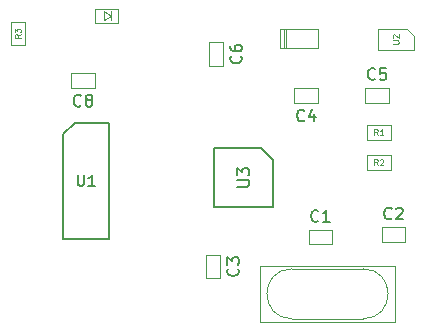
<source format=gbr>
G04 #@! TF.FileFunction,Other,Fab,Top*
%FSLAX46Y46*%
G04 Gerber Fmt 4.6, Leading zero omitted, Abs format (unit mm)*
G04 Created by KiCad (PCBNEW 4.0.6) date 06/06/17 10:00:33*
%MOMM*%
%LPD*%
G01*
G04 APERTURE LIST*
%ADD10C,0.100000*%
%ADD11C,0.150000*%
%ADD12C,0.075000*%
%ADD13C,0.135000*%
G04 APERTURE END LIST*
D10*
X149215000Y-102685000D02*
G75*
G02X149215000Y-106915000I0J-2115000D01*
G01*
X143185000Y-102685000D02*
G75*
G03X143185000Y-106915000I0J-2115000D01*
G01*
X151900000Y-107150000D02*
X151900000Y-102450000D01*
X151900000Y-102450000D02*
X140500000Y-102450000D01*
X140500000Y-102450000D02*
X140500000Y-107150000D01*
X140500000Y-107150000D02*
X151900000Y-107150000D01*
X149215000Y-106915000D02*
X143185000Y-106915000D01*
X149215000Y-102685000D02*
X143185000Y-102685000D01*
X144600000Y-100620000D02*
X144600000Y-99380000D01*
X146600000Y-100620000D02*
X144600000Y-100620000D01*
X146600000Y-99380000D02*
X146600000Y-100620000D01*
X144600000Y-99380000D02*
X146600000Y-99380000D01*
X150800000Y-100420000D02*
X150800000Y-99180000D01*
X152800000Y-100420000D02*
X150800000Y-100420000D01*
X152800000Y-99180000D02*
X152800000Y-100420000D01*
X150800000Y-99180000D02*
X152800000Y-99180000D01*
X135880000Y-101500000D02*
X137120000Y-101500000D01*
X135880000Y-103500000D02*
X135880000Y-101500000D01*
X137120000Y-103500000D02*
X135880000Y-103500000D01*
X137120000Y-101500000D02*
X137120000Y-103500000D01*
X145400000Y-87380000D02*
X145400000Y-88620000D01*
X143400000Y-87380000D02*
X145400000Y-87380000D01*
X143400000Y-88620000D02*
X143400000Y-87380000D01*
X145400000Y-88620000D02*
X143400000Y-88620000D01*
X149400000Y-88620000D02*
X149400000Y-87380000D01*
X151400000Y-88620000D02*
X149400000Y-88620000D01*
X151400000Y-87380000D02*
X151400000Y-88620000D01*
X149400000Y-87380000D02*
X151400000Y-87380000D01*
X136130000Y-83500000D02*
X137370000Y-83500000D01*
X136130000Y-85500000D02*
X136130000Y-83500000D01*
X137370000Y-85500000D02*
X136130000Y-85500000D01*
X137370000Y-83500000D02*
X137370000Y-85500000D01*
X126500000Y-86130000D02*
X126500000Y-87370000D01*
X124500000Y-86130000D02*
X126500000Y-86130000D01*
X124500000Y-87370000D02*
X124500000Y-86130000D01*
X126500000Y-87370000D02*
X124500000Y-87370000D01*
X127900000Y-81650000D02*
X127900000Y-80850000D01*
X127900000Y-81250000D02*
X127300000Y-81650000D01*
X127300000Y-80850000D02*
X127900000Y-81250000D01*
X127300000Y-81650000D02*
X127300000Y-80850000D01*
X126500000Y-80650000D02*
X128500000Y-80650000D01*
X126500000Y-81850000D02*
X126500000Y-80650000D01*
X128500000Y-81850000D02*
X126500000Y-81850000D01*
X128500000Y-80650000D02*
X128500000Y-81850000D01*
X149540000Y-91770000D02*
X149540000Y-90530000D01*
X151540000Y-91770000D02*
X149540000Y-91770000D01*
X151540000Y-90530000D02*
X151540000Y-91770000D01*
X149540000Y-90530000D02*
X151540000Y-90530000D01*
X149540000Y-94310000D02*
X149540000Y-93070000D01*
X151540000Y-94310000D02*
X149540000Y-94310000D01*
X151540000Y-93070000D02*
X151540000Y-94310000D01*
X149540000Y-93070000D02*
X151540000Y-93070000D01*
X120620000Y-83750000D02*
X119380000Y-83750000D01*
X120620000Y-81750000D02*
X120620000Y-83750000D01*
X119380000Y-81750000D02*
X120620000Y-81750000D01*
X119380000Y-83750000D02*
X119380000Y-81750000D01*
D11*
X124800000Y-90300000D02*
X127700000Y-90300000D01*
X127700000Y-90300000D02*
X127700000Y-100200000D01*
X127700000Y-100200000D02*
X123800000Y-100200000D01*
X123800000Y-100200000D02*
X123800000Y-91300000D01*
X123800000Y-91300000D02*
X124800000Y-90300000D01*
D10*
X152900000Y-82350000D02*
X153550000Y-83000000D01*
X153550000Y-84150000D02*
X153550000Y-83000000D01*
X152900000Y-82350000D02*
X150450000Y-82350000D01*
X150450000Y-84150000D02*
X150450000Y-82350000D01*
X153550000Y-84150000D02*
X150450000Y-84150000D01*
D11*
X141610000Y-93460000D02*
X141610000Y-97460000D01*
X141610000Y-97460000D02*
X136610000Y-97460000D01*
X136610000Y-97460000D02*
X136610000Y-92460000D01*
X136610000Y-92460000D02*
X140610000Y-92460000D01*
X140610000Y-92460000D02*
X141610000Y-93460000D01*
D10*
X142200000Y-82400000D02*
X142200000Y-84000000D01*
X142200000Y-84000000D02*
X145400000Y-84000000D01*
X145400000Y-84000000D02*
X145400000Y-82400000D01*
X145400000Y-82400000D02*
X142200000Y-82400000D01*
X142520000Y-82400000D02*
X142520000Y-84000000D01*
X142680000Y-82400000D02*
X142680000Y-84000000D01*
D11*
X145433334Y-98607143D02*
X145385715Y-98654762D01*
X145242858Y-98702381D01*
X145147620Y-98702381D01*
X145004762Y-98654762D01*
X144909524Y-98559524D01*
X144861905Y-98464286D01*
X144814286Y-98273810D01*
X144814286Y-98130952D01*
X144861905Y-97940476D01*
X144909524Y-97845238D01*
X145004762Y-97750000D01*
X145147620Y-97702381D01*
X145242858Y-97702381D01*
X145385715Y-97750000D01*
X145433334Y-97797619D01*
X146385715Y-98702381D02*
X145814286Y-98702381D01*
X146100000Y-98702381D02*
X146100000Y-97702381D01*
X146004762Y-97845238D01*
X145909524Y-97940476D01*
X145814286Y-97988095D01*
X151633334Y-98407143D02*
X151585715Y-98454762D01*
X151442858Y-98502381D01*
X151347620Y-98502381D01*
X151204762Y-98454762D01*
X151109524Y-98359524D01*
X151061905Y-98264286D01*
X151014286Y-98073810D01*
X151014286Y-97930952D01*
X151061905Y-97740476D01*
X151109524Y-97645238D01*
X151204762Y-97550000D01*
X151347620Y-97502381D01*
X151442858Y-97502381D01*
X151585715Y-97550000D01*
X151633334Y-97597619D01*
X152014286Y-97597619D02*
X152061905Y-97550000D01*
X152157143Y-97502381D01*
X152395239Y-97502381D01*
X152490477Y-97550000D01*
X152538096Y-97597619D01*
X152585715Y-97692857D01*
X152585715Y-97788095D01*
X152538096Y-97930952D01*
X151966667Y-98502381D01*
X152585715Y-98502381D01*
X138607143Y-102666666D02*
X138654762Y-102714285D01*
X138702381Y-102857142D01*
X138702381Y-102952380D01*
X138654762Y-103095238D01*
X138559524Y-103190476D01*
X138464286Y-103238095D01*
X138273810Y-103285714D01*
X138130952Y-103285714D01*
X137940476Y-103238095D01*
X137845238Y-103190476D01*
X137750000Y-103095238D01*
X137702381Y-102952380D01*
X137702381Y-102857142D01*
X137750000Y-102714285D01*
X137797619Y-102666666D01*
X137702381Y-102333333D02*
X137702381Y-101714285D01*
X138083333Y-102047619D01*
X138083333Y-101904761D01*
X138130952Y-101809523D01*
X138178571Y-101761904D01*
X138273810Y-101714285D01*
X138511905Y-101714285D01*
X138607143Y-101761904D01*
X138654762Y-101809523D01*
X138702381Y-101904761D01*
X138702381Y-102190476D01*
X138654762Y-102285714D01*
X138607143Y-102333333D01*
X144233334Y-90107143D02*
X144185715Y-90154762D01*
X144042858Y-90202381D01*
X143947620Y-90202381D01*
X143804762Y-90154762D01*
X143709524Y-90059524D01*
X143661905Y-89964286D01*
X143614286Y-89773810D01*
X143614286Y-89630952D01*
X143661905Y-89440476D01*
X143709524Y-89345238D01*
X143804762Y-89250000D01*
X143947620Y-89202381D01*
X144042858Y-89202381D01*
X144185715Y-89250000D01*
X144233334Y-89297619D01*
X145090477Y-89535714D02*
X145090477Y-90202381D01*
X144852381Y-89154762D02*
X144614286Y-89869048D01*
X145233334Y-89869048D01*
X150233334Y-86607143D02*
X150185715Y-86654762D01*
X150042858Y-86702381D01*
X149947620Y-86702381D01*
X149804762Y-86654762D01*
X149709524Y-86559524D01*
X149661905Y-86464286D01*
X149614286Y-86273810D01*
X149614286Y-86130952D01*
X149661905Y-85940476D01*
X149709524Y-85845238D01*
X149804762Y-85750000D01*
X149947620Y-85702381D01*
X150042858Y-85702381D01*
X150185715Y-85750000D01*
X150233334Y-85797619D01*
X151138096Y-85702381D02*
X150661905Y-85702381D01*
X150614286Y-86178571D01*
X150661905Y-86130952D01*
X150757143Y-86083333D01*
X150995239Y-86083333D01*
X151090477Y-86130952D01*
X151138096Y-86178571D01*
X151185715Y-86273810D01*
X151185715Y-86511905D01*
X151138096Y-86607143D01*
X151090477Y-86654762D01*
X150995239Y-86702381D01*
X150757143Y-86702381D01*
X150661905Y-86654762D01*
X150614286Y-86607143D01*
X138857143Y-84666666D02*
X138904762Y-84714285D01*
X138952381Y-84857142D01*
X138952381Y-84952380D01*
X138904762Y-85095238D01*
X138809524Y-85190476D01*
X138714286Y-85238095D01*
X138523810Y-85285714D01*
X138380952Y-85285714D01*
X138190476Y-85238095D01*
X138095238Y-85190476D01*
X138000000Y-85095238D01*
X137952381Y-84952380D01*
X137952381Y-84857142D01*
X138000000Y-84714285D01*
X138047619Y-84666666D01*
X137952381Y-83809523D02*
X137952381Y-84000000D01*
X138000000Y-84095238D01*
X138047619Y-84142857D01*
X138190476Y-84238095D01*
X138380952Y-84285714D01*
X138761905Y-84285714D01*
X138857143Y-84238095D01*
X138904762Y-84190476D01*
X138952381Y-84095238D01*
X138952381Y-83904761D01*
X138904762Y-83809523D01*
X138857143Y-83761904D01*
X138761905Y-83714285D01*
X138523810Y-83714285D01*
X138428571Y-83761904D01*
X138380952Y-83809523D01*
X138333333Y-83904761D01*
X138333333Y-84095238D01*
X138380952Y-84190476D01*
X138428571Y-84238095D01*
X138523810Y-84285714D01*
X125333334Y-88857143D02*
X125285715Y-88904762D01*
X125142858Y-88952381D01*
X125047620Y-88952381D01*
X124904762Y-88904762D01*
X124809524Y-88809524D01*
X124761905Y-88714286D01*
X124714286Y-88523810D01*
X124714286Y-88380952D01*
X124761905Y-88190476D01*
X124809524Y-88095238D01*
X124904762Y-88000000D01*
X125047620Y-87952381D01*
X125142858Y-87952381D01*
X125285715Y-88000000D01*
X125333334Y-88047619D01*
X125904762Y-88380952D02*
X125809524Y-88333333D01*
X125761905Y-88285714D01*
X125714286Y-88190476D01*
X125714286Y-88142857D01*
X125761905Y-88047619D01*
X125809524Y-88000000D01*
X125904762Y-87952381D01*
X126095239Y-87952381D01*
X126190477Y-88000000D01*
X126238096Y-88047619D01*
X126285715Y-88142857D01*
X126285715Y-88190476D01*
X126238096Y-88285714D01*
X126190477Y-88333333D01*
X126095239Y-88380952D01*
X125904762Y-88380952D01*
X125809524Y-88428571D01*
X125761905Y-88476190D01*
X125714286Y-88571429D01*
X125714286Y-88761905D01*
X125761905Y-88857143D01*
X125809524Y-88904762D01*
X125904762Y-88952381D01*
X126095239Y-88952381D01*
X126190477Y-88904762D01*
X126238096Y-88857143D01*
X126285715Y-88761905D01*
X126285715Y-88571429D01*
X126238096Y-88476190D01*
X126190477Y-88428571D01*
X126095239Y-88380952D01*
D12*
X150456667Y-91376190D02*
X150290000Y-91138095D01*
X150170953Y-91376190D02*
X150170953Y-90876190D01*
X150361429Y-90876190D01*
X150409048Y-90900000D01*
X150432857Y-90923810D01*
X150456667Y-90971429D01*
X150456667Y-91042857D01*
X150432857Y-91090476D01*
X150409048Y-91114286D01*
X150361429Y-91138095D01*
X150170953Y-91138095D01*
X150932857Y-91376190D02*
X150647143Y-91376190D01*
X150790000Y-91376190D02*
X150790000Y-90876190D01*
X150742381Y-90947619D01*
X150694762Y-90995238D01*
X150647143Y-91019048D01*
D11*
D12*
X150456667Y-93916190D02*
X150290000Y-93678095D01*
X150170953Y-93916190D02*
X150170953Y-93416190D01*
X150361429Y-93416190D01*
X150409048Y-93440000D01*
X150432857Y-93463810D01*
X150456667Y-93511429D01*
X150456667Y-93582857D01*
X150432857Y-93630476D01*
X150409048Y-93654286D01*
X150361429Y-93678095D01*
X150170953Y-93678095D01*
X150647143Y-93463810D02*
X150670953Y-93440000D01*
X150718572Y-93416190D01*
X150837619Y-93416190D01*
X150885238Y-93440000D01*
X150909048Y-93463810D01*
X150932857Y-93511429D01*
X150932857Y-93559048D01*
X150909048Y-93630476D01*
X150623334Y-93916190D01*
X150932857Y-93916190D01*
D11*
D12*
X120226190Y-82833333D02*
X119988095Y-83000000D01*
X120226190Y-83119047D02*
X119726190Y-83119047D01*
X119726190Y-82928571D01*
X119750000Y-82880952D01*
X119773810Y-82857143D01*
X119821429Y-82833333D01*
X119892857Y-82833333D01*
X119940476Y-82857143D01*
X119964286Y-82880952D01*
X119988095Y-82928571D01*
X119988095Y-83119047D01*
X119726190Y-82666666D02*
X119726190Y-82357143D01*
X119916667Y-82523809D01*
X119916667Y-82452381D01*
X119940476Y-82404762D01*
X119964286Y-82380952D01*
X120011905Y-82357143D01*
X120130952Y-82357143D01*
X120178571Y-82380952D01*
X120202381Y-82404762D01*
X120226190Y-82452381D01*
X120226190Y-82595238D01*
X120202381Y-82642857D01*
X120178571Y-82666666D01*
D11*
D13*
X125064286Y-94757143D02*
X125064286Y-95485714D01*
X125107143Y-95571429D01*
X125150000Y-95614286D01*
X125235714Y-95657143D01*
X125407143Y-95657143D01*
X125492857Y-95614286D01*
X125535714Y-95571429D01*
X125578571Y-95485714D01*
X125578571Y-94757143D01*
X126478571Y-95657143D02*
X125964286Y-95657143D01*
X126221428Y-95657143D02*
X126221428Y-94757143D01*
X126135714Y-94885714D01*
X126050000Y-94971429D01*
X125964286Y-95014286D01*
D11*
D12*
X151726190Y-83630952D02*
X152130952Y-83630952D01*
X152178571Y-83607143D01*
X152202381Y-83583333D01*
X152226190Y-83535714D01*
X152226190Y-83440476D01*
X152202381Y-83392857D01*
X152178571Y-83369048D01*
X152130952Y-83345238D01*
X151726190Y-83345238D01*
X151773810Y-83130952D02*
X151750000Y-83107142D01*
X151726190Y-83059523D01*
X151726190Y-82940476D01*
X151750000Y-82892857D01*
X151773810Y-82869047D01*
X151821429Y-82845238D01*
X151869048Y-82845238D01*
X151940476Y-82869047D01*
X152226190Y-83154761D01*
X152226190Y-82845238D01*
D11*
X138562381Y-95721905D02*
X139371905Y-95721905D01*
X139467143Y-95674286D01*
X139514762Y-95626667D01*
X139562381Y-95531429D01*
X139562381Y-95340952D01*
X139514762Y-95245714D01*
X139467143Y-95198095D01*
X139371905Y-95150476D01*
X138562381Y-95150476D01*
X138562381Y-94769524D02*
X138562381Y-94150476D01*
X138943333Y-94483810D01*
X138943333Y-94340952D01*
X138990952Y-94245714D01*
X139038571Y-94198095D01*
X139133810Y-94150476D01*
X139371905Y-94150476D01*
X139467143Y-94198095D01*
X139514762Y-94245714D01*
X139562381Y-94340952D01*
X139562381Y-94626667D01*
X139514762Y-94721905D01*
X139467143Y-94769524D01*
M02*

</source>
